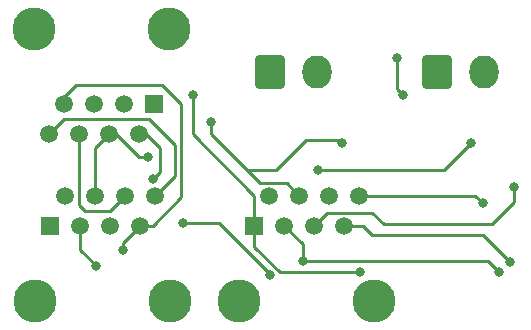
<source format=gbr>
%TF.GenerationSoftware,KiCad,Pcbnew,(7.0.0-0)*%
%TF.CreationDate,2023-02-23T13:52:58+03:00*%
%TF.ProjectId,KSS,4b53532e-6b69-4636-9164-5f7063625858,rev?*%
%TF.SameCoordinates,Original*%
%TF.FileFunction,Copper,L2,Bot*%
%TF.FilePolarity,Positive*%
%FSLAX46Y46*%
G04 Gerber Fmt 4.6, Leading zero omitted, Abs format (unit mm)*
G04 Created by KiCad (PCBNEW (7.0.0-0)) date 2023-02-23 13:52:58*
%MOMM*%
%LPD*%
G01*
G04 APERTURE LIST*
G04 Aperture macros list*
%AMRoundRect*
0 Rectangle with rounded corners*
0 $1 Rounding radius*
0 $2 $3 $4 $5 $6 $7 $8 $9 X,Y pos of 4 corners*
0 Add a 4 corners polygon primitive as box body*
4,1,4,$2,$3,$4,$5,$6,$7,$8,$9,$2,$3,0*
0 Add four circle primitives for the rounded corners*
1,1,$1+$1,$2,$3*
1,1,$1+$1,$4,$5*
1,1,$1+$1,$6,$7*
1,1,$1+$1,$8,$9*
0 Add four rect primitives between the rounded corners*
20,1,$1+$1,$2,$3,$4,$5,0*
20,1,$1+$1,$4,$5,$6,$7,0*
20,1,$1+$1,$6,$7,$8,$9,0*
20,1,$1+$1,$8,$9,$2,$3,0*%
G04 Aperture macros list end*
%TA.AperFunction,WasherPad*%
%ADD10C,3.650000*%
%TD*%
%TA.AperFunction,ComponentPad*%
%ADD11R,1.500000X1.500000*%
%TD*%
%TA.AperFunction,ComponentPad*%
%ADD12C,1.500000*%
%TD*%
%TA.AperFunction,ComponentPad*%
%ADD13RoundRect,0.250000X-0.980000X-1.150000X0.980000X-1.150000X0.980000X1.150000X-0.980000X1.150000X0*%
%TD*%
%TA.AperFunction,ComponentPad*%
%ADD14O,2.460000X2.800000*%
%TD*%
%TA.AperFunction,ViaPad*%
%ADD15C,0.800000*%
%TD*%
%TA.AperFunction,Conductor*%
%ADD16C,0.250000*%
%TD*%
G04 APERTURE END LIST*
D10*
%TO.P,J3,*%
%TO.N,*%
X127244500Y-102100000D03*
X138674500Y-102100000D03*
D11*
%TO.P,J3,1*%
%TO.N,Net-(J1-Pad1)*%
X128514499Y-95749999D03*
D12*
%TO.P,J3,2*%
%TO.N,Net-(J1-Pad2)*%
X129784500Y-93210000D03*
%TO.P,J3,3*%
%TO.N,Net-(J1-Pad3)*%
X131054500Y-95750000D03*
%TO.P,J3,4*%
%TO.N,Net-(J1-Pad4)*%
X132324500Y-93210000D03*
%TO.P,J3,5*%
%TO.N,Net-(J1-Pad5)*%
X133594500Y-95750000D03*
%TO.P,J3,6*%
%TO.N,GNDREF*%
X134864500Y-93210000D03*
%TO.P,J3,7*%
%TO.N,Net-(J1-Pad7)*%
X136134500Y-95750000D03*
%TO.P,J3,8*%
%TO.N,Net-(J1-Pad8)*%
X137404500Y-93210000D03*
%TD*%
D13*
%TO.P,XA1,1,1*%
%TO.N,GNDREF*%
X129820600Y-82779400D03*
D14*
%TO.P,XA1,2,2*%
%TO.N,Net-(I1-Pad1)*%
X133780599Y-82779399D03*
%TD*%
D10*
%TO.P,J1,*%
%TO.N,*%
X109972500Y-102100000D03*
X121402500Y-102100000D03*
D11*
%TO.P,J1,1*%
%TO.N,Net-(J1-Pad1)*%
X111242499Y-95749999D03*
D12*
%TO.P,J1,2*%
%TO.N,Net-(J1-Pad2)*%
X112512500Y-93210000D03*
%TO.P,J1,3*%
%TO.N,Net-(J1-Pad3)*%
X113782500Y-95750000D03*
%TO.P,J1,4*%
%TO.N,Net-(J1-Pad4)*%
X115052500Y-93210000D03*
%TO.P,J1,5*%
%TO.N,Net-(J1-Pad5)*%
X116322500Y-95750000D03*
%TO.P,J1,6*%
%TO.N,GNDREF*%
X117592500Y-93210000D03*
%TO.P,J1,7*%
%TO.N,Net-(J1-Pad7)*%
X118862500Y-95750000D03*
%TO.P,J1,8*%
%TO.N,Net-(J1-Pad8)*%
X120132500Y-93210000D03*
%TD*%
D10*
%TO.P,J2,*%
%TO.N,*%
X121294500Y-79088600D03*
X109864500Y-79088600D03*
D11*
%TO.P,J2,1*%
%TO.N,Net-(J1-Pad1)*%
X120024499Y-85438599D03*
D12*
%TO.P,J2,2*%
%TO.N,Net-(J1-Pad2)*%
X118754500Y-87978600D03*
%TO.P,J2,3*%
%TO.N,Net-(J1-Pad3)*%
X117484500Y-85438600D03*
%TO.P,J2,4*%
%TO.N,Net-(J1-Pad4)*%
X116214500Y-87978600D03*
%TO.P,J2,5*%
%TO.N,Net-(J1-Pad5)*%
X114944500Y-85438600D03*
%TO.P,J2,6*%
%TO.N,GNDREF*%
X113674500Y-87978600D03*
%TO.P,J2,7*%
%TO.N,Net-(J1-Pad7)*%
X112404500Y-85438600D03*
%TO.P,J2,8*%
%TO.N,Net-(J1-Pad8)*%
X111134500Y-87978600D03*
%TD*%
D13*
%TO.P,XA2,1,1*%
%TO.N,GNDREF*%
X143967200Y-82754000D03*
D14*
%TO.P,XA2,2,2*%
%TO.N,Net-(I2-Pad1)*%
X147927199Y-82753999D03*
%TD*%
D15*
%TO.N,Net-(J1-Pad1)*%
X123279500Y-84709000D03*
X137414000Y-99695000D03*
%TO.N,Net-(J1-Pad2)*%
X146812000Y-88773000D03*
X133858000Y-91059000D03*
X119888000Y-91821000D03*
%TO.N,Net-(J1-Pad3)*%
X149225000Y-99695000D03*
X115062000Y-99187000D03*
X132588000Y-98768500D03*
%TO.N,Net-(J1-Pad4)*%
X124841000Y-86995000D03*
X119511299Y-89920299D03*
X135890000Y-88773000D03*
%TO.N,Net-(J1-Pad5)*%
X150495000Y-92456000D03*
%TO.N,Net-(J1-Pad7)*%
X150114000Y-98806000D03*
X117406451Y-97858549D03*
%TO.N,Net-(J1-Pad8)*%
X147828000Y-93853000D03*
X122428000Y-95504000D03*
X129794000Y-99949000D03*
%TO.N,Net-(I2-Pad2)*%
X141097000Y-84709000D03*
X140589000Y-81534000D03*
%TD*%
D16*
%TO.N,Net-(J1-Pad1)*%
X130683000Y-99695000D02*
X128514500Y-97526500D01*
X137414000Y-99695000D02*
X130683000Y-99695000D01*
X123279500Y-87973500D02*
X128514500Y-93208500D01*
X128514500Y-97526500D02*
X128514500Y-95750000D01*
X128514500Y-93208500D02*
X128514500Y-95750000D01*
X123279500Y-84709000D02*
X123279500Y-87973500D01*
%TO.N,Net-(J1-Pad2)*%
X119888000Y-91821000D02*
X120523000Y-91186000D01*
X133858000Y-91059000D02*
X144526000Y-91059000D01*
X144526000Y-91059000D02*
X146812000Y-88773000D01*
X119347600Y-87978600D02*
X118754500Y-87978600D01*
X120523000Y-91186000D02*
X120523000Y-89154000D01*
X120523000Y-89154000D02*
X119347600Y-87978600D01*
%TO.N,Net-(J1-Pad3)*%
X148298500Y-98768500D02*
X149225000Y-99695000D01*
X115062000Y-99187000D02*
X115062000Y-99060000D01*
X132588000Y-98768500D02*
X132588000Y-97283500D01*
X113782500Y-97780500D02*
X113782500Y-95750000D01*
X132588000Y-98768500D02*
X148298500Y-98768500D01*
X115062000Y-99060000D02*
X113782500Y-97780500D01*
X132588000Y-97283500D02*
X131054500Y-95750000D01*
%TO.N,Net-(J1-Pad4)*%
X132842000Y-88519000D02*
X130302000Y-91059000D01*
X116214500Y-87978600D02*
X115052500Y-89140600D01*
X119511299Y-89920299D02*
X118731899Y-89920299D01*
X135890000Y-88773000D02*
X135636000Y-88519000D01*
X131249989Y-92135489D02*
X128956875Y-92135489D01*
X128956875Y-92135489D02*
X124841000Y-88019614D01*
X132324500Y-93210000D02*
X131249989Y-92135489D01*
X130302000Y-91059000D02*
X127889000Y-91059000D01*
X115052500Y-89140600D02*
X115052500Y-93210000D01*
X124841000Y-88019614D02*
X124841000Y-86995000D01*
X135636000Y-88519000D02*
X132842000Y-88519000D01*
X118731899Y-89920299D02*
X116790200Y-87978600D01*
X116790200Y-87978600D02*
X116214500Y-87978600D01*
%TO.N,Net-(J1-Pad5)*%
X148590000Y-95631000D02*
X139446000Y-95631000D01*
X139446000Y-95631000D02*
X138490489Y-94675489D01*
X150495000Y-93726000D02*
X148590000Y-95631000D01*
X150495000Y-92456000D02*
X150495000Y-93726000D01*
X138490489Y-94675489D02*
X134669011Y-94675489D01*
X134669011Y-94675489D02*
X133594500Y-95750000D01*
%TO.N,GNDREF*%
X116314500Y-94488000D02*
X114173000Y-94488000D01*
X114173000Y-94488000D02*
X113654900Y-93969900D01*
X113654900Y-93969900D02*
X113654900Y-87998200D01*
X117592500Y-93210000D02*
X116314500Y-94488000D01*
X113654900Y-87998200D02*
X113674500Y-87978600D01*
%TO.N,Net-(J1-Pad7)*%
X137660000Y-95750000D02*
X136134500Y-95750000D01*
X138430000Y-96520000D02*
X137660000Y-95750000D01*
X122301000Y-85471000D02*
X122301000Y-93372160D01*
X113411000Y-83820000D02*
X120650000Y-83820000D01*
X150113000Y-98806000D02*
X147827000Y-96520000D01*
X112404500Y-84826500D02*
X113411000Y-83820000D01*
X112404500Y-85438600D02*
X112404500Y-84826500D01*
X117406451Y-97206049D02*
X118862500Y-95750000D01*
X122301000Y-93372160D02*
X119923160Y-95750000D01*
X120650000Y-83820000D02*
X122301000Y-85471000D01*
X147827000Y-96520000D02*
X138430000Y-96520000D01*
X119923160Y-95750000D02*
X118862500Y-95750000D01*
X117406451Y-97858549D02*
X117406451Y-97206049D01*
X150114000Y-98806000D02*
X150113000Y-98806000D01*
%TO.N,Net-(J1-Pad8)*%
X147828000Y-93853000D02*
X147185000Y-93210000D01*
X129794000Y-99949000D02*
X129794000Y-99822000D01*
X129794000Y-99822000D02*
X125476000Y-95504000D01*
X121793000Y-91549500D02*
X121793000Y-88921811D01*
X112372100Y-86741000D02*
X111134500Y-87978600D01*
X121793000Y-88921811D02*
X119612189Y-86741000D01*
X120132500Y-93210000D02*
X121793000Y-91549500D01*
X119612189Y-86741000D02*
X112372100Y-86741000D01*
X147185000Y-93210000D02*
X137404500Y-93210000D01*
X125476000Y-95504000D02*
X122428000Y-95504000D01*
%TO.N,Net-(I2-Pad2)*%
X141097000Y-84709000D02*
X140589000Y-84201000D01*
X140589000Y-84201000D02*
X140589000Y-81534000D01*
%TD*%
M02*

</source>
